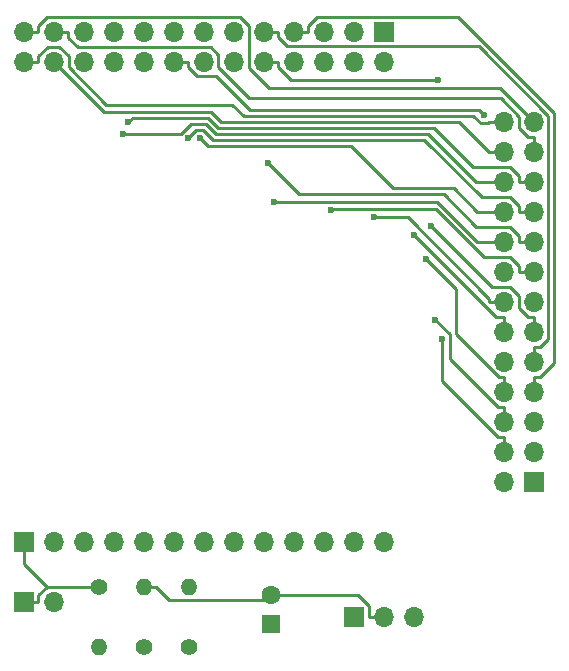
<source format=gbl>
G04 #@! TF.FileFunction,Copper,L2,Bot,Signal*
%FSLAX46Y46*%
G04 Gerber Fmt 4.6, Leading zero omitted, Abs format (unit mm)*
G04 Created by KiCad (PCBNEW 4.0.1-stable) date 2017/09/23 6:08:57*
%MOMM*%
G01*
G04 APERTURE LIST*
%ADD10C,0.100000*%
%ADD11R,1.600000X1.600000*%
%ADD12C,1.600000*%
%ADD13R,1.700000X1.700000*%
%ADD14O,1.700000X1.700000*%
%ADD15C,1.400000*%
%ADD16O,1.400000X1.400000*%
%ADD17C,0.600000*%
%ADD18C,0.250000*%
G04 APERTURE END LIST*
D10*
D11*
X139573000Y-128270000D03*
D12*
X139573000Y-125770000D03*
D13*
X118618000Y-121285000D03*
D14*
X121158000Y-121285000D03*
X123698000Y-121285000D03*
X126238000Y-121285000D03*
X128778000Y-121285000D03*
X131318000Y-121285000D03*
X133858000Y-121285000D03*
X136398000Y-121285000D03*
X138938000Y-121285000D03*
X141478000Y-121285000D03*
X144018000Y-121285000D03*
X146558000Y-121285000D03*
X149098000Y-121285000D03*
D13*
X161798000Y-116205000D03*
D14*
X159258000Y-116205000D03*
X161798000Y-113665000D03*
X159258000Y-113665000D03*
X161798000Y-111125000D03*
X159258000Y-111125000D03*
X161798000Y-108585000D03*
X159258000Y-108585000D03*
X161798000Y-106045000D03*
X159258000Y-106045000D03*
X161798000Y-103505000D03*
X159258000Y-103505000D03*
X161798000Y-100965000D03*
X159258000Y-100965000D03*
X161798000Y-98425000D03*
X159258000Y-98425000D03*
X161798000Y-95885000D03*
X159258000Y-95885000D03*
X161798000Y-93345000D03*
X159258000Y-93345000D03*
X161798000Y-90805000D03*
X159258000Y-90805000D03*
X161798000Y-88265000D03*
X159258000Y-88265000D03*
X161798000Y-85725000D03*
X159258000Y-85725000D03*
D13*
X146558000Y-127635000D03*
D14*
X149098000Y-127635000D03*
X151638000Y-127635000D03*
D13*
X149098000Y-78105000D03*
D14*
X149098000Y-80645000D03*
X146558000Y-78105000D03*
X146558000Y-80645000D03*
X144018000Y-78105000D03*
X144018000Y-80645000D03*
X141478000Y-78105000D03*
X141478000Y-80645000D03*
X138938000Y-78105000D03*
X138938000Y-80645000D03*
X136398000Y-78105000D03*
X136398000Y-80645000D03*
X133858000Y-78105000D03*
X133858000Y-80645000D03*
X131318000Y-78105000D03*
X131318000Y-80645000D03*
X128778000Y-78105000D03*
X128778000Y-80645000D03*
X126238000Y-78105000D03*
X126238000Y-80645000D03*
X123698000Y-78105000D03*
X123698000Y-80645000D03*
X121158000Y-78105000D03*
X121158000Y-80645000D03*
X118618000Y-78105000D03*
X118618000Y-80645000D03*
D15*
X124968000Y-125095000D03*
D16*
X124968000Y-130175000D03*
D15*
X128778000Y-130175000D03*
D16*
X128778000Y-125095000D03*
D15*
X132588000Y-130175000D03*
D16*
X132588000Y-125095000D03*
D13*
X118618000Y-126365000D03*
D14*
X121158000Y-126365000D03*
D17*
X154027000Y-104149700D03*
X153449200Y-102471400D03*
X152724400Y-97384500D03*
X153741900Y-82160500D03*
X153095100Y-94516300D03*
X151660600Y-95300800D03*
X148300400Y-93802600D03*
X144686800Y-93227800D03*
X157593900Y-85185800D03*
X139324400Y-89242000D03*
X139802000Y-92520700D03*
X132534200Y-87066700D03*
X133565800Y-87071200D03*
X127475700Y-85767600D03*
X127030400Y-86737500D03*
D18*
X146926700Y-125770000D02*
X139573000Y-125770000D01*
X147872700Y-126716000D02*
X146926700Y-125770000D01*
X147872700Y-127635000D02*
X147872700Y-126716000D01*
X149098000Y-127635000D02*
X147872700Y-127635000D01*
X139153300Y-126189700D02*
X139573000Y-125770000D01*
X130948000Y-126189700D02*
X139153300Y-126189700D01*
X129853300Y-125095000D02*
X130948000Y-126189700D01*
X128778000Y-125095000D02*
X129853300Y-125095000D01*
X158750200Y-112439700D02*
X159258000Y-112439700D01*
X154027000Y-107716500D02*
X158750200Y-112439700D01*
X154027000Y-104149700D02*
X154027000Y-107716500D01*
X159258000Y-113665000D02*
X159258000Y-112439700D01*
X159258000Y-111125000D02*
X159258000Y-109899700D01*
X154702300Y-103724500D02*
X153449200Y-102471400D01*
X154702300Y-105851800D02*
X154702300Y-103724500D01*
X158750200Y-109899700D02*
X154702300Y-105851800D01*
X159258000Y-109899700D02*
X158750200Y-109899700D01*
X141478000Y-78105000D02*
X142703300Y-78105000D01*
X161798000Y-108585000D02*
X161798000Y-107359700D01*
X142703300Y-77645500D02*
X142703300Y-78105000D01*
X143469200Y-76879600D02*
X142703300Y-77645500D01*
X155409900Y-76879600D02*
X143469200Y-76879600D01*
X163530100Y-84999800D02*
X155409900Y-76879600D01*
X163530100Y-106135400D02*
X163530100Y-84999800D01*
X162305800Y-107359700D02*
X163530100Y-106135400D01*
X161798000Y-107359700D02*
X162305800Y-107359700D01*
X159258000Y-108585000D02*
X159258000Y-107359700D01*
X155202600Y-99862700D02*
X152724400Y-97384500D01*
X155202600Y-103722600D02*
X155202600Y-99862700D01*
X158839700Y-107359700D02*
X155202600Y-103722600D01*
X159258000Y-107359700D02*
X158839700Y-107359700D01*
X162305800Y-104819700D02*
X161798000Y-104819700D01*
X163029700Y-104095800D02*
X162305800Y-104819700D01*
X163029700Y-85207100D02*
X163029700Y-104095800D01*
X157152900Y-79330300D02*
X163029700Y-85207100D01*
X140929000Y-79330300D02*
X157152900Y-79330300D01*
X140163300Y-78564600D02*
X140929000Y-79330300D01*
X140163300Y-78105000D02*
X140163300Y-78564600D01*
X138938000Y-78105000D02*
X140163300Y-78105000D01*
X161798000Y-106045000D02*
X161798000Y-104819700D01*
X141219300Y-82160500D02*
X153741900Y-82160500D01*
X140163300Y-81104500D02*
X141219300Y-82160500D01*
X140163300Y-80645000D02*
X140163300Y-81104500D01*
X138938000Y-80645000D02*
X140163300Y-80645000D01*
X158273800Y-99695000D02*
X153095100Y-94516300D01*
X159802900Y-99695000D02*
X158273800Y-99695000D01*
X160572700Y-100464800D02*
X159802900Y-99695000D01*
X160572700Y-101514000D02*
X160572700Y-100464800D01*
X161338400Y-102279700D02*
X160572700Y-101514000D01*
X161798000Y-102279700D02*
X161338400Y-102279700D01*
X161798000Y-103505000D02*
X161798000Y-102279700D01*
X159258000Y-103505000D02*
X159258000Y-102279700D01*
X158639500Y-102279700D02*
X159258000Y-102279700D01*
X151660600Y-95300800D02*
X158639500Y-102279700D01*
X159258000Y-100965000D02*
X158032700Y-100965000D01*
X158032700Y-100691700D02*
X158032700Y-100965000D01*
X151143600Y-93802600D02*
X158032700Y-100691700D01*
X148300400Y-93802600D02*
X151143600Y-93802600D01*
X161798000Y-98425000D02*
X160572700Y-98425000D01*
X144790200Y-93124400D02*
X144686800Y-93227800D01*
X153555400Y-93124400D02*
X144790200Y-93124400D01*
X157586000Y-97155000D02*
X153555400Y-93124400D01*
X159810500Y-97155000D02*
X157586000Y-97155000D01*
X160572700Y-97917200D02*
X159810500Y-97155000D01*
X160572700Y-98425000D02*
X160572700Y-97917200D01*
X131318000Y-80645000D02*
X132543300Y-80645000D01*
X157144400Y-84736300D02*
X157593900Y-85185800D01*
X137808000Y-84736300D02*
X157144400Y-84736300D01*
X134942000Y-81870300D02*
X137808000Y-84736300D01*
X133309000Y-81870300D02*
X134942000Y-81870300D01*
X132543300Y-81104600D02*
X133309000Y-81870300D01*
X132543300Y-80645000D02*
X132543300Y-81104600D01*
X161798000Y-95885000D02*
X160572700Y-95885000D01*
X160572700Y-95377200D02*
X160572700Y-95885000D01*
X159810500Y-94615000D02*
X160572700Y-95377200D01*
X156902600Y-94615000D02*
X159810500Y-94615000D01*
X154170800Y-91883200D02*
X156902600Y-94615000D01*
X141965500Y-91883200D02*
X154170800Y-91883200D01*
X141965500Y-91883100D02*
X141965500Y-91883200D01*
X139324400Y-89242000D02*
X141965500Y-91883100D01*
X153659300Y-92520700D02*
X139802000Y-92520700D01*
X157023600Y-95885000D02*
X153659300Y-92520700D01*
X159258000Y-95885000D02*
X157023600Y-95885000D01*
X161798000Y-93345000D02*
X160572700Y-93345000D01*
X160572700Y-92837200D02*
X160572700Y-93345000D01*
X159810500Y-92075000D02*
X160572700Y-92837200D01*
X157390000Y-92075000D02*
X159810500Y-92075000D01*
X152552800Y-87237800D02*
X157390000Y-92075000D01*
X134687500Y-87237800D02*
X152552800Y-87237800D01*
X133845600Y-86395900D02*
X134687500Y-87237800D01*
X133205000Y-86395900D02*
X133845600Y-86395900D01*
X132534200Y-87066700D02*
X133205000Y-86395900D01*
X157047900Y-93345000D02*
X159258000Y-93345000D01*
X155043300Y-91340400D02*
X157047900Y-93345000D01*
X149899400Y-91340400D02*
X155043300Y-91340400D01*
X146297100Y-87738100D02*
X149899400Y-91340400D01*
X134232700Y-87738100D02*
X146297100Y-87738100D01*
X133565800Y-87071200D02*
X134232700Y-87738100D01*
X161798000Y-90805000D02*
X160572700Y-90805000D01*
X160572700Y-90297200D02*
X160572700Y-90805000D01*
X159810500Y-89535000D02*
X160572700Y-90297200D01*
X156667300Y-89535000D02*
X159810500Y-89535000D01*
X153369500Y-86237200D02*
X156667300Y-89535000D01*
X135102100Y-86237200D02*
X153369500Y-86237200D01*
X134260200Y-85395300D02*
X135102100Y-86237200D01*
X127848000Y-85395300D02*
X134260200Y-85395300D01*
X127475700Y-85767600D02*
X127848000Y-85395300D01*
X156944700Y-90805000D02*
X159258000Y-90805000D01*
X152877200Y-86737500D02*
X156944700Y-90805000D01*
X134894800Y-86737500D02*
X152877200Y-86737500D01*
X134052900Y-85895600D02*
X134894800Y-86737500D01*
X132750300Y-85895600D02*
X134052900Y-85895600D01*
X131908400Y-86737500D02*
X132750300Y-85895600D01*
X127030400Y-86737500D02*
X131908400Y-86737500D01*
X161798000Y-88265000D02*
X161798000Y-87039700D01*
X121158000Y-78105000D02*
X122383300Y-78105000D01*
X161338400Y-87039700D02*
X161798000Y-87039700D01*
X160572700Y-86274000D02*
X161338400Y-87039700D01*
X160572700Y-85297000D02*
X160572700Y-86274000D01*
X159011400Y-83735700D02*
X160572700Y-85297000D01*
X137691200Y-83735700D02*
X159011400Y-83735700D01*
X135083400Y-81127900D02*
X137691200Y-83735700D01*
X135083400Y-80032300D02*
X135083400Y-81127900D01*
X134470700Y-79419600D02*
X135083400Y-80032300D01*
X123190100Y-79419600D02*
X134470700Y-79419600D01*
X122383300Y-78612800D02*
X123190100Y-79419600D01*
X122383300Y-78105000D02*
X122383300Y-78612800D01*
X159258000Y-88265000D02*
X158032700Y-88265000D01*
X155504600Y-85736900D02*
X158032700Y-88265000D01*
X135309400Y-85736900D02*
X155504600Y-85736900D01*
X134467500Y-84895000D02*
X135309400Y-85736900D01*
X125408000Y-84895000D02*
X134467500Y-84895000D01*
X121158000Y-80645000D02*
X125408000Y-84895000D01*
X158951400Y-82878400D02*
X161798000Y-85725000D01*
X139373300Y-82878400D02*
X158951400Y-82878400D01*
X137668000Y-81173100D02*
X139373300Y-82878400D01*
X137668000Y-77602300D02*
X137668000Y-81173100D01*
X136925700Y-76860000D02*
X137668000Y-77602300D01*
X120628800Y-76860000D02*
X136925700Y-76860000D01*
X119843300Y-77645500D02*
X120628800Y-76860000D01*
X119843300Y-78105000D02*
X119843300Y-77645500D01*
X118618000Y-78105000D02*
X119843300Y-78105000D01*
X118618000Y-80645000D02*
X119843300Y-80645000D01*
X159258000Y-85725000D02*
X158032700Y-85725000D01*
X157896600Y-85861100D02*
X158032700Y-85725000D01*
X157314200Y-85861100D02*
X157896600Y-85861100D01*
X156689700Y-85236600D02*
X157314200Y-85861100D01*
X137247000Y-85236600D02*
X156689700Y-85236600D01*
X136285800Y-84275400D02*
X137247000Y-85236600D01*
X125583000Y-84275400D02*
X136285800Y-84275400D01*
X122428000Y-81120400D02*
X125583000Y-84275400D01*
X122428000Y-80158500D02*
X122428000Y-81120400D01*
X121644500Y-79375000D02*
X122428000Y-80158500D01*
X120653800Y-79375000D02*
X121644500Y-79375000D01*
X119843300Y-80185500D02*
X120653800Y-79375000D01*
X119843300Y-80645000D02*
X119843300Y-80185500D01*
X118618000Y-126365000D02*
X119843300Y-126365000D01*
X118618000Y-123139700D02*
X118618000Y-121285000D01*
X120573300Y-125095000D02*
X118618000Y-123139700D01*
X124968000Y-125095000D02*
X120573300Y-125095000D01*
X119843300Y-125825000D02*
X119843300Y-126365000D01*
X120573300Y-125095000D02*
X119843300Y-125825000D01*
M02*

</source>
